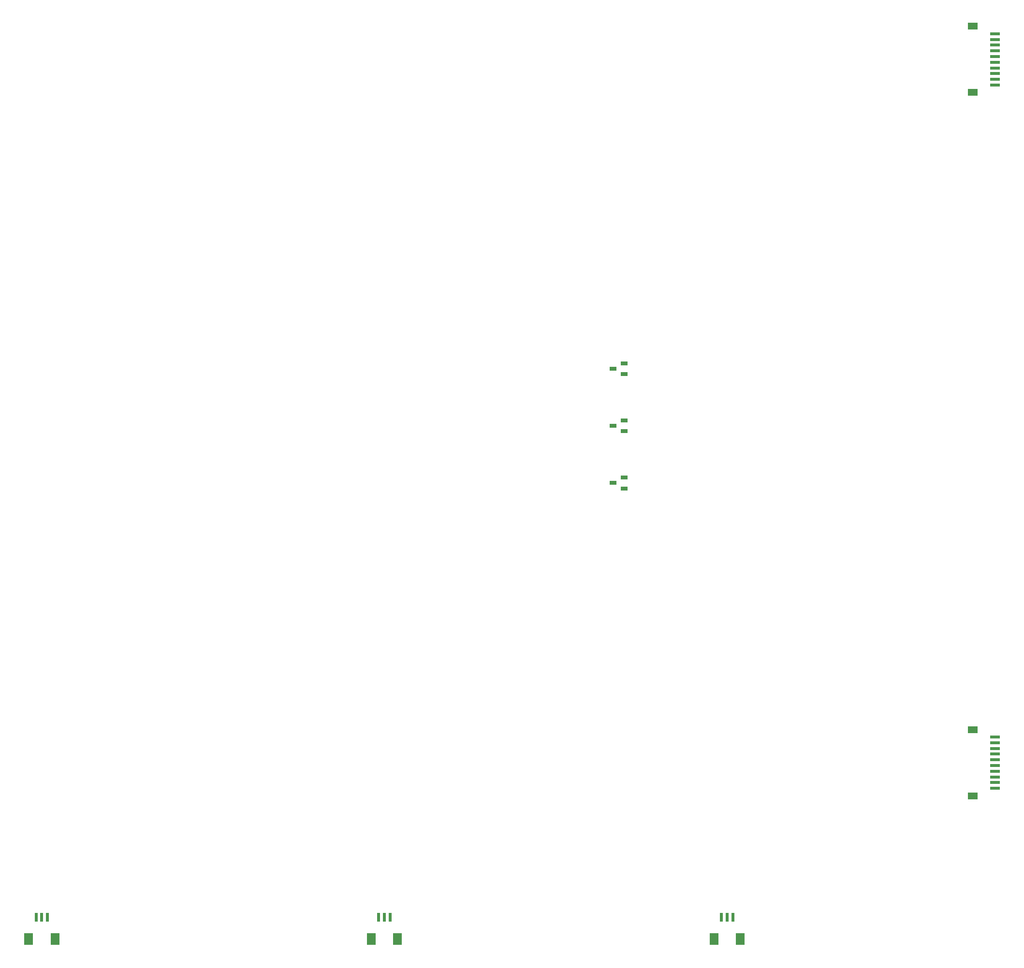
<source format=gtp>
G04 #@! TF.GenerationSoftware,KiCad,Pcbnew,(5.1.9)-1*
G04 #@! TF.CreationDate,2022-01-25T19:13:17-07:00*
G04 #@! TF.ProjectId,Lifting_Mech_PCB_Mount,4c696674-696e-4675-9f4d-6563685f5043,rev?*
G04 #@! TF.SameCoordinates,Original*
G04 #@! TF.FileFunction,Paste,Top*
G04 #@! TF.FilePolarity,Positive*
%FSLAX46Y46*%
G04 Gerber Fmt 4.6, Leading zero omitted, Abs format (unit mm)*
G04 Created by KiCad (PCBNEW (5.1.9)-1) date 2022-01-25 19:13:17*
%MOMM*%
%LPD*%
G01*
G04 APERTURE LIST*
%ADD10R,0.600000X1.550000*%
%ADD11R,1.500000X2.000000*%
%ADD12R,1.250000X0.700000*%
%ADD13R,1.700000X0.600000*%
%ADD14R,1.800000X1.200000*%
G04 APERTURE END LIST*
D10*
X59000000Y-358062000D03*
X60000000Y-358062000D03*
X61000000Y-358062000D03*
D11*
X62300000Y-361938000D03*
X57700000Y-361938000D03*
D10*
X179000000Y-358062000D03*
X180000000Y-358062000D03*
X181000000Y-358062000D03*
D11*
X182300000Y-361938000D03*
X177700000Y-361938000D03*
D10*
X119000000Y-358062000D03*
X120000000Y-358062000D03*
X121000000Y-358062000D03*
D11*
X122300000Y-361938000D03*
X117700000Y-361938000D03*
D12*
X162000000Y-282950000D03*
X162000000Y-281050000D03*
X160000000Y-282000000D03*
X162000000Y-272950000D03*
X162000000Y-271050000D03*
X160000000Y-272000000D03*
X162000000Y-262950000D03*
X162000000Y-261050000D03*
X160000000Y-262000000D03*
D13*
X226938000Y-327500000D03*
X226938000Y-326500000D03*
X226937000Y-335500000D03*
X226937000Y-334500000D03*
X226937000Y-333500000D03*
X226937000Y-332500000D03*
X226937000Y-331500000D03*
X226937000Y-330500000D03*
X226937000Y-329500000D03*
X226937000Y-328500000D03*
D14*
X223062000Y-325200000D03*
X223062000Y-336800000D03*
X223062000Y-213600000D03*
X223062000Y-202000000D03*
D13*
X226937000Y-205300000D03*
X226937000Y-206300000D03*
X226937000Y-207300000D03*
X226937000Y-208300000D03*
X226937000Y-209300000D03*
X226937000Y-210300000D03*
X226937000Y-211300000D03*
X226937000Y-212300000D03*
X226938000Y-203300000D03*
X226938000Y-204300000D03*
M02*

</source>
